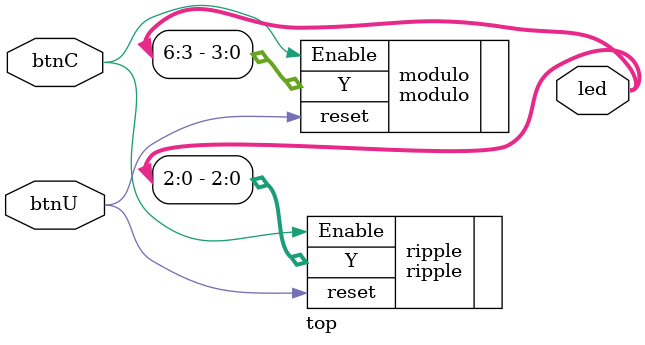
<source format=v>
module top(
    input btnU, btnC,
    output [6:0] led
    );
    
    modulo modulo(
        .Enable(btnC),
        .Y(led[6:3]),
        .reset(btnU)
        );
        
    ripple ripple(
        .Enable(btnC),
        .Y(led[2:0]),
        .reset(btnU)
        );
        
endmodule

</source>
